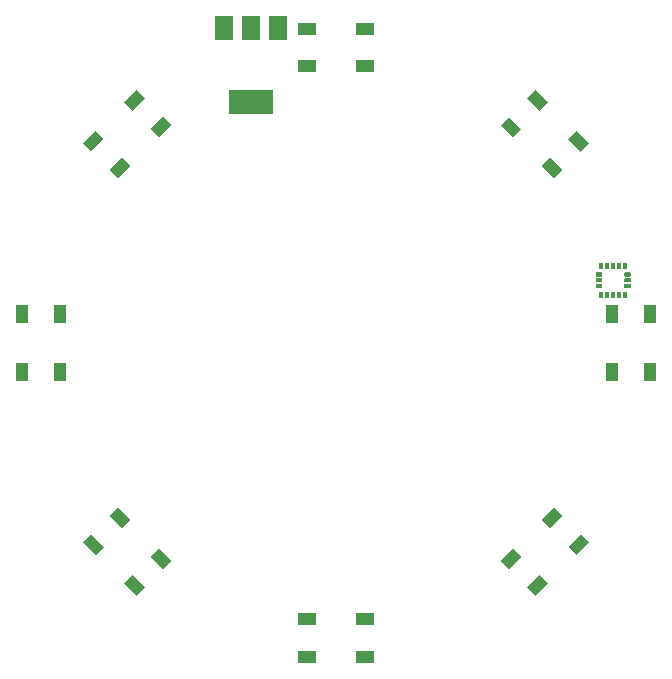
<source format=gbr>
%TF.GenerationSoftware,KiCad,Pcbnew,(5.1.10)-1*%
%TF.CreationDate,2021-12-05T21:12:05-05:00*%
%TF.ProjectId,poi_PCB,706f695f-5043-4422-9e6b-696361645f70,rev?*%
%TF.SameCoordinates,Original*%
%TF.FileFunction,Paste,Top*%
%TF.FilePolarity,Positive*%
%FSLAX46Y46*%
G04 Gerber Fmt 4.6, Leading zero omitted, Abs format (unit mm)*
G04 Created by KiCad (PCBNEW (5.1.10)-1) date 2021-12-05 21:12:05*
%MOMM*%
%LPD*%
G01*
G04 APERTURE LIST*
%ADD10C,0.100000*%
%ADD11R,1.500000X2.000000*%
%ADD12R,3.800000X2.000000*%
%ADD13R,1.000000X1.500000*%
%ADD14R,1.500000X1.000000*%
G04 APERTURE END LIST*
%TO.C,U4*%
G36*
G01*
X131802460Y-70757600D02*
X132124460Y-70757600D01*
G75*
G02*
X132138460Y-70771600I0J-14000D01*
G01*
X132138460Y-71253600D01*
G75*
G02*
X132124460Y-71267600I-14000J0D01*
G01*
X131802460Y-71267600D01*
G75*
G02*
X131788460Y-71253600I0J14000D01*
G01*
X131788460Y-70771600D01*
G75*
G02*
X131802460Y-70757600I14000J0D01*
G01*
G37*
G36*
G01*
X131302460Y-70757600D02*
X131624460Y-70757600D01*
G75*
G02*
X131638460Y-70771600I0J-14000D01*
G01*
X131638460Y-71253600D01*
G75*
G02*
X131624460Y-71267600I-14000J0D01*
G01*
X131302460Y-71267600D01*
G75*
G02*
X131288460Y-71253600I0J14000D01*
G01*
X131288460Y-70771600D01*
G75*
G02*
X131302460Y-70757600I14000J0D01*
G01*
G37*
G36*
G01*
X130802460Y-70757600D02*
X131124460Y-70757600D01*
G75*
G02*
X131138460Y-70771600I0J-14000D01*
G01*
X131138460Y-71253600D01*
G75*
G02*
X131124460Y-71267600I-14000J0D01*
G01*
X130802460Y-71267600D01*
G75*
G02*
X130788460Y-71253600I0J14000D01*
G01*
X130788460Y-70771600D01*
G75*
G02*
X130802460Y-70757600I14000J0D01*
G01*
G37*
G36*
G01*
X130302460Y-70757600D02*
X130624460Y-70757600D01*
G75*
G02*
X130638460Y-70771600I0J-14000D01*
G01*
X130638460Y-71253600D01*
G75*
G02*
X130624460Y-71267600I-14000J0D01*
G01*
X130302460Y-71267600D01*
G75*
G02*
X130288460Y-71253600I0J14000D01*
G01*
X130288460Y-70771600D01*
G75*
G02*
X130302460Y-70757600I14000J0D01*
G01*
G37*
G36*
G01*
X129802460Y-70757600D02*
X130124460Y-70757600D01*
G75*
G02*
X130138460Y-70771600I0J-14000D01*
G01*
X130138460Y-71253600D01*
G75*
G02*
X130124460Y-71267600I-14000J0D01*
G01*
X129802460Y-71267600D01*
G75*
G02*
X129788460Y-71253600I0J14000D01*
G01*
X129788460Y-70771600D01*
G75*
G02*
X129802460Y-70757600I14000J0D01*
G01*
G37*
G36*
G01*
X129512460Y-71547600D02*
X129994460Y-71547600D01*
G75*
G02*
X130008460Y-71561600I0J-14000D01*
G01*
X130008460Y-71883600D01*
G75*
G02*
X129994460Y-71897600I-14000J0D01*
G01*
X129512460Y-71897600D01*
G75*
G02*
X129498460Y-71883600I0J14000D01*
G01*
X129498460Y-71561600D01*
G75*
G02*
X129512460Y-71547600I14000J0D01*
G01*
G37*
G36*
G01*
X129512460Y-72047600D02*
X129994460Y-72047600D01*
G75*
G02*
X130008460Y-72061600I0J-14000D01*
G01*
X130008460Y-72383600D01*
G75*
G02*
X129994460Y-72397600I-14000J0D01*
G01*
X129512460Y-72397600D01*
G75*
G02*
X129498460Y-72383600I0J14000D01*
G01*
X129498460Y-72061600D01*
G75*
G02*
X129512460Y-72047600I14000J0D01*
G01*
G37*
G36*
G01*
X129512460Y-72547600D02*
X129994460Y-72547600D01*
G75*
G02*
X130008460Y-72561600I0J-14000D01*
G01*
X130008460Y-72883600D01*
G75*
G02*
X129994460Y-72897600I-14000J0D01*
G01*
X129512460Y-72897600D01*
G75*
G02*
X129498460Y-72883600I0J14000D01*
G01*
X129498460Y-72561600D01*
G75*
G02*
X129512460Y-72547600I14000J0D01*
G01*
G37*
G36*
G01*
X129802460Y-73177600D02*
X130124460Y-73177600D01*
G75*
G02*
X130138460Y-73191600I0J-14000D01*
G01*
X130138460Y-73673600D01*
G75*
G02*
X130124460Y-73687600I-14000J0D01*
G01*
X129802460Y-73687600D01*
G75*
G02*
X129788460Y-73673600I0J14000D01*
G01*
X129788460Y-73191600D01*
G75*
G02*
X129802460Y-73177600I14000J0D01*
G01*
G37*
G36*
G01*
X130302460Y-73177600D02*
X130624460Y-73177600D01*
G75*
G02*
X130638460Y-73191600I0J-14000D01*
G01*
X130638460Y-73673600D01*
G75*
G02*
X130624460Y-73687600I-14000J0D01*
G01*
X130302460Y-73687600D01*
G75*
G02*
X130288460Y-73673600I0J14000D01*
G01*
X130288460Y-73191600D01*
G75*
G02*
X130302460Y-73177600I14000J0D01*
G01*
G37*
G36*
G01*
X130802460Y-73177600D02*
X131124460Y-73177600D01*
G75*
G02*
X131138460Y-73191600I0J-14000D01*
G01*
X131138460Y-73673600D01*
G75*
G02*
X131124460Y-73687600I-14000J0D01*
G01*
X130802460Y-73687600D01*
G75*
G02*
X130788460Y-73673600I0J14000D01*
G01*
X130788460Y-73191600D01*
G75*
G02*
X130802460Y-73177600I14000J0D01*
G01*
G37*
G36*
G01*
X131302460Y-73177600D02*
X131624460Y-73177600D01*
G75*
G02*
X131638460Y-73191600I0J-14000D01*
G01*
X131638460Y-73673600D01*
G75*
G02*
X131624460Y-73687600I-14000J0D01*
G01*
X131302460Y-73687600D01*
G75*
G02*
X131288460Y-73673600I0J14000D01*
G01*
X131288460Y-73191600D01*
G75*
G02*
X131302460Y-73177600I14000J0D01*
G01*
G37*
G36*
G01*
X131802460Y-73177600D02*
X132124460Y-73177600D01*
G75*
G02*
X132138460Y-73191600I0J-14000D01*
G01*
X132138460Y-73673600D01*
G75*
G02*
X132124460Y-73687600I-14000J0D01*
G01*
X131802460Y-73687600D01*
G75*
G02*
X131788460Y-73673600I0J14000D01*
G01*
X131788460Y-73191600D01*
G75*
G02*
X131802460Y-73177600I14000J0D01*
G01*
G37*
G36*
G01*
X131932460Y-72547600D02*
X132414460Y-72547600D01*
G75*
G02*
X132428460Y-72561600I0J-14000D01*
G01*
X132428460Y-72883600D01*
G75*
G02*
X132414460Y-72897600I-14000J0D01*
G01*
X131932460Y-72897600D01*
G75*
G02*
X131918460Y-72883600I0J14000D01*
G01*
X131918460Y-72561600D01*
G75*
G02*
X131932460Y-72547600I14000J0D01*
G01*
G37*
G36*
G01*
X131932460Y-72047600D02*
X132414460Y-72047600D01*
G75*
G02*
X132428460Y-72061600I0J-14000D01*
G01*
X132428460Y-72383600D01*
G75*
G02*
X132414460Y-72397600I-14000J0D01*
G01*
X131932460Y-72397600D01*
G75*
G02*
X131918460Y-72383600I0J14000D01*
G01*
X131918460Y-72061600D01*
G75*
G02*
X131932460Y-72047600I14000J0D01*
G01*
G37*
G36*
G01*
X131932460Y-71547600D02*
X132414460Y-71547600D01*
G75*
G02*
X132428460Y-71561600I0J-14000D01*
G01*
X132428460Y-71883600D01*
G75*
G02*
X132414460Y-71897600I-14000J0D01*
G01*
X131932460Y-71897600D01*
G75*
G02*
X131918460Y-71883600I0J14000D01*
G01*
X131918460Y-71561600D01*
G75*
G02*
X131932460Y-71547600I14000J0D01*
G01*
G37*
%TD*%
D10*
%TO.C,D2*%
G36*
X123692076Y-56792741D02*
G01*
X124399182Y-56085635D01*
X125459842Y-57146295D01*
X124752736Y-57853401D01*
X123692076Y-56792741D01*
G37*
G36*
X121429335Y-59055482D02*
G01*
X122136441Y-58348376D01*
X123197101Y-59409036D01*
X122489995Y-60116142D01*
X121429335Y-59055482D01*
G37*
G36*
X127156899Y-60257564D02*
G01*
X127864005Y-59550458D01*
X128924665Y-60611118D01*
X128217559Y-61318224D01*
X127156899Y-60257564D01*
G37*
G36*
X124894158Y-62520305D02*
G01*
X125601264Y-61813199D01*
X126661924Y-62873859D01*
X125954818Y-63580965D01*
X124894158Y-62520305D01*
G37*
%TD*%
D11*
%TO.C,U3*%
X102582800Y-50819200D03*
X97982800Y-50819200D03*
X100282800Y-50819200D03*
D12*
X100282800Y-57119200D03*
%TD*%
D13*
%TO.C,D9*%
X134100000Y-75050000D03*
X130900000Y-75050000D03*
X134100000Y-79950000D03*
X130900000Y-79950000D03*
%TD*%
%TO.C,D5*%
X80900000Y-79950000D03*
X84100000Y-79950000D03*
X80900000Y-75050000D03*
X84100000Y-75050000D03*
%TD*%
D10*
%TO.C,D8*%
G36*
X128218259Y-93692846D02*
G01*
X128925365Y-94399952D01*
X127864705Y-95460612D01*
X127157599Y-94753506D01*
X128218259Y-93692846D01*
G37*
G36*
X125955518Y-91430105D02*
G01*
X126662624Y-92137211D01*
X125601964Y-93197871D01*
X124894858Y-92490765D01*
X125955518Y-91430105D01*
G37*
G36*
X124753436Y-97157669D02*
G01*
X125460542Y-97864775D01*
X124399882Y-98925435D01*
X123692776Y-98218329D01*
X124753436Y-97157669D01*
G37*
G36*
X122490695Y-94894928D02*
G01*
X123197801Y-95602034D01*
X122137141Y-96662694D01*
X121430035Y-95955588D01*
X122490695Y-94894928D01*
G37*
%TD*%
%TO.C,D4*%
G36*
X86781741Y-61307224D02*
G01*
X86074635Y-60600118D01*
X87135295Y-59539458D01*
X87842401Y-60246564D01*
X86781741Y-61307224D01*
G37*
G36*
X89044482Y-63569965D02*
G01*
X88337376Y-62862859D01*
X89398036Y-61802199D01*
X90105142Y-62509305D01*
X89044482Y-63569965D01*
G37*
G36*
X90246564Y-57842401D02*
G01*
X89539458Y-57135295D01*
X90600118Y-56074635D01*
X91307224Y-56781741D01*
X90246564Y-57842401D01*
G37*
G36*
X92509305Y-60105142D02*
G01*
X91802199Y-59398036D01*
X92862859Y-58337376D01*
X93569965Y-59044482D01*
X92509305Y-60105142D01*
G37*
%TD*%
D14*
%TO.C,D7*%
X109950000Y-104100000D03*
X109950000Y-100900000D03*
X105050000Y-104100000D03*
X105050000Y-100900000D03*
%TD*%
%TO.C,D3*%
X105050000Y-50900000D03*
X105050000Y-54100000D03*
X109950000Y-50900000D03*
X109950000Y-54100000D03*
%TD*%
D10*
%TO.C,D6*%
G36*
X91307224Y-98217559D02*
G01*
X90600118Y-98924665D01*
X89539458Y-97864005D01*
X90246564Y-97156899D01*
X91307224Y-98217559D01*
G37*
G36*
X93569965Y-95954818D02*
G01*
X92862859Y-96661924D01*
X91802199Y-95601264D01*
X92509305Y-94894158D01*
X93569965Y-95954818D01*
G37*
G36*
X87842401Y-94752736D02*
G01*
X87135295Y-95459842D01*
X86074635Y-94399182D01*
X86781741Y-93692076D01*
X87842401Y-94752736D01*
G37*
G36*
X90105142Y-92489995D02*
G01*
X89398036Y-93197101D01*
X88337376Y-92136441D01*
X89044482Y-91429335D01*
X90105142Y-92489995D01*
G37*
%TD*%
M02*

</source>
